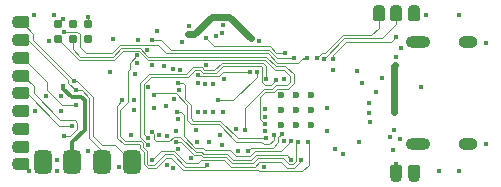
<source format=gbr>
G04 #@! TF.GenerationSoftware,KiCad,Pcbnew,(6.0.2)*
G04 #@! TF.CreationDate,2022-03-09T14:23:31+01:00*
G04 #@! TF.ProjectId,rs-probe,72732d70-726f-4626-952e-6b696361645f,rev?*
G04 #@! TF.SameCoordinates,Original*
G04 #@! TF.FileFunction,Copper,L4,Bot*
G04 #@! TF.FilePolarity,Positive*
%FSLAX46Y46*%
G04 Gerber Fmt 4.6, Leading zero omitted, Abs format (unit mm)*
G04 Created by KiCad (PCBNEW (6.0.2)) date 2022-03-09 14:23:31*
%MOMM*%
%LPD*%
G01*
G04 APERTURE LIST*
G04 Aperture macros list*
%AMRoundRect*
0 Rectangle with rounded corners*
0 $1 Rounding radius*
0 $2 $3 $4 $5 $6 $7 $8 $9 X,Y pos of 4 corners*
0 Add a 4 corners polygon primitive as box body*
4,1,4,$2,$3,$4,$5,$6,$7,$8,$9,$2,$3,0*
0 Add four circle primitives for the rounded corners*
1,1,$1+$1,$2,$3*
1,1,$1+$1,$4,$5*
1,1,$1+$1,$6,$7*
1,1,$1+$1,$8,$9*
0 Add four rect primitives between the rounded corners*
20,1,$1+$1,$2,$3,$4,$5,0*
20,1,$1+$1,$4,$5,$6,$7,0*
20,1,$1+$1,$6,$7,$8,$9,0*
20,1,$1+$1,$8,$9,$2,$3,0*%
G04 Aperture macros list end*
G04 #@! TA.AperFunction,ComponentPad*
%ADD10O,2.100000X1.000000*%
G04 #@! TD*
G04 #@! TA.AperFunction,ComponentPad*
%ADD11O,1.600000X1.000000*%
G04 #@! TD*
G04 #@! TA.AperFunction,ComponentPad*
%ADD12C,0.600000*%
G04 #@! TD*
G04 #@! TA.AperFunction,SMDPad,CuDef*
%ADD13RoundRect,0.275000X0.325000X0.275000X-0.325000X0.275000X-0.325000X-0.275000X0.325000X-0.275000X0*%
G04 #@! TD*
G04 #@! TA.AperFunction,ComponentPad*
%ADD14C,1.100000*%
G04 #@! TD*
G04 #@! TA.AperFunction,SMDPad,CuDef*
%ADD15RoundRect,0.275000X0.275000X-0.325000X0.275000X0.325000X-0.275000X0.325000X-0.275000X-0.325000X0*%
G04 #@! TD*
G04 #@! TA.AperFunction,SMDPad,CuDef*
%ADD16RoundRect,0.275000X-0.275000X0.325000X-0.275000X-0.325000X0.275000X-0.325000X0.275000X0.325000X0*%
G04 #@! TD*
G04 #@! TA.AperFunction,ConnectorPad*
%ADD17C,0.787400*%
G04 #@! TD*
G04 #@! TA.AperFunction,SMDPad,CuDef*
%ADD18RoundRect,0.375000X0.375000X0.625000X-0.375000X0.625000X-0.375000X-0.625000X0.375000X-0.625000X0*%
G04 #@! TD*
G04 #@! TA.AperFunction,ViaPad*
%ADD19C,0.450000*%
G04 #@! TD*
G04 #@! TA.AperFunction,Conductor*
%ADD20C,0.100000*%
G04 #@! TD*
G04 #@! TA.AperFunction,Conductor*
%ADD21C,0.600000*%
G04 #@! TD*
G04 #@! TA.AperFunction,Conductor*
%ADD22C,0.200000*%
G04 #@! TD*
G04 #@! TA.AperFunction,Conductor*
%ADD23C,0.300000*%
G04 #@! TD*
G04 APERTURE END LIST*
D10*
X182370000Y-90320000D03*
X182370000Y-81680000D03*
D11*
X186550000Y-90320000D03*
X186550000Y-81680000D03*
D12*
X170725000Y-88675000D03*
X173275000Y-87400000D03*
X172000000Y-88675000D03*
X170725000Y-87400000D03*
X172000000Y-87400000D03*
X173275000Y-88675000D03*
X173275000Y-86125000D03*
X172000000Y-86125000D03*
X170725000Y-86125000D03*
D13*
X148808000Y-80000000D03*
D14*
X148500000Y-80000000D03*
X148500000Y-81500000D03*
D13*
X148808000Y-81500000D03*
D14*
X148500000Y-83000000D03*
D13*
X148808000Y-83000000D03*
D14*
X148500000Y-84500000D03*
D13*
X148808000Y-84500000D03*
X148808000Y-86000000D03*
D14*
X148500000Y-86000000D03*
X148500000Y-87500000D03*
D13*
X148808000Y-87500000D03*
X148808000Y-89000000D03*
D14*
X148500000Y-89000000D03*
D13*
X148808000Y-90500000D03*
D14*
X148500000Y-90500000D03*
D13*
X148800000Y-92000000D03*
D14*
X148500000Y-92000000D03*
D15*
X179000000Y-79300000D03*
D14*
X179000000Y-79000000D03*
D15*
X180500000Y-79308000D03*
D14*
X180500000Y-79000000D03*
X182000000Y-79000000D03*
D15*
X182000000Y-79308000D03*
D16*
X182000000Y-92700000D03*
D14*
X182000000Y-93000000D03*
D16*
X180500000Y-92692000D03*
D14*
X180500000Y-93000000D03*
D17*
X151830000Y-80165000D03*
X151830000Y-81435000D03*
X153100000Y-80165000D03*
X153100000Y-81435000D03*
X154370000Y-80165000D03*
X154370000Y-81435000D03*
D18*
X158100000Y-91800000D03*
X153060000Y-91800000D03*
X150550000Y-91800000D03*
X155600000Y-91800000D03*
D19*
X175100000Y-83050000D03*
X180500000Y-81200000D03*
X165750000Y-80850000D03*
X159400000Y-82300000D03*
X156500000Y-81400000D03*
X158300000Y-87400000D03*
X163700000Y-85100000D03*
X184100000Y-92600000D03*
X165200000Y-81174500D03*
X162900000Y-80274500D03*
X154350000Y-79500000D03*
X162350000Y-81650000D03*
X180900000Y-82200000D03*
X183000000Y-79400000D03*
X167100000Y-90900000D03*
X150500000Y-92500000D03*
X163100000Y-91500000D03*
X161800000Y-89200000D03*
X165000000Y-85200000D03*
X177600000Y-85150000D03*
X178200000Y-86800000D03*
X151800000Y-92600000D03*
X163700000Y-87600000D03*
X161700000Y-86500000D03*
X168871502Y-81550000D03*
X149800000Y-79400000D03*
X180500000Y-82900000D03*
X180300000Y-89100000D03*
X182600000Y-85500000D03*
X188100000Y-90300000D03*
X169300000Y-92200000D03*
X166900000Y-89000000D03*
X180800000Y-89900000D03*
X159500000Y-85500000D03*
X177150000Y-84100000D03*
X149900000Y-87500000D03*
X165812878Y-87583254D03*
X175300000Y-90700000D03*
X158000000Y-89550000D03*
X163600000Y-90100000D03*
X164400000Y-83600000D03*
X177300000Y-90100000D03*
X165900000Y-84800000D03*
X165700000Y-90400000D03*
X178200000Y-87700000D03*
X179300000Y-84700000D03*
X157000000Y-92250000D03*
X180000000Y-89700000D03*
X151500000Y-79400000D03*
X149400000Y-92600000D03*
X156214812Y-84185188D03*
X185800000Y-92600000D03*
X188100000Y-81700000D03*
X165600000Y-89500000D03*
X152100000Y-87500000D03*
X152100000Y-86200000D03*
X150850000Y-86230000D03*
X165000000Y-87600000D03*
X185800000Y-79400000D03*
X180500000Y-92000000D03*
X160200000Y-80711694D03*
X161100000Y-89600000D03*
X171000000Y-84800000D03*
X169400000Y-89200000D03*
X178800000Y-85850000D03*
X161050000Y-92050011D03*
X162200000Y-84000000D03*
X169400000Y-87300000D03*
X164600000Y-90100000D03*
X180200000Y-90800000D03*
X176000000Y-91100000D03*
X178300000Y-88400000D03*
X164300000Y-85200000D03*
X175100000Y-84000000D03*
X164300000Y-87600000D03*
X152300000Y-79700000D03*
X161000000Y-87100000D03*
X161600000Y-83900000D03*
X171000000Y-90000000D03*
X180300000Y-87600000D03*
X180400000Y-83600000D03*
X152400000Y-89650000D03*
X151800000Y-91600000D03*
X158400000Y-84400000D03*
X158300000Y-86575000D03*
X154400000Y-90850000D03*
X169400000Y-88600000D03*
X167700000Y-89100000D03*
X153350000Y-86950000D03*
X158550000Y-92300000D03*
X153200000Y-84950000D03*
X155650000Y-92350000D03*
X153350000Y-85750000D03*
X151050000Y-81600000D03*
X153050000Y-88750000D03*
X158500000Y-83450000D03*
X152300000Y-85400000D03*
X152750000Y-92000000D03*
X158600011Y-81450000D03*
X159850000Y-81500000D03*
X171800000Y-83000000D03*
X157300000Y-86600000D03*
X173000000Y-90100000D03*
X173800000Y-83000000D03*
X174400000Y-83050000D03*
X165800000Y-80200000D03*
X164400000Y-81300000D03*
X171050000Y-82550000D03*
X172900000Y-83000000D03*
X152400000Y-80800000D03*
X159800000Y-83600000D03*
X158544288Y-82793290D03*
X164459519Y-92024500D03*
X162000000Y-88200000D03*
X160400000Y-89500000D03*
X161600000Y-92300000D03*
X162014812Y-90685188D03*
X160000000Y-87200000D03*
X163500000Y-89100000D03*
X162100000Y-85700000D03*
X160827782Y-83697812D03*
X162850000Y-81000000D03*
X168150000Y-81350000D03*
X174600000Y-89200000D03*
X169400000Y-88000000D03*
X174600000Y-87200000D03*
X170800000Y-89400000D03*
X167900000Y-90900000D03*
X172400000Y-91600000D03*
X159800000Y-91600000D03*
X172200000Y-90100000D03*
X161800000Y-90100000D03*
X169500000Y-84800000D03*
X159500000Y-90400000D03*
X159500000Y-89800000D03*
X170300000Y-84900000D03*
X165400000Y-86600000D03*
X168700000Y-84200000D03*
X168124500Y-84200000D03*
X163700000Y-84474500D03*
X171600000Y-91600000D03*
X159825500Y-89300000D03*
X161900000Y-87600000D03*
X171600000Y-90000000D03*
X160000000Y-86100000D03*
X170100000Y-89550000D03*
X162000000Y-85100000D03*
X169500000Y-89800000D03*
D20*
X171050000Y-82550000D02*
X170350000Y-82550000D01*
X170350000Y-82550000D02*
X169800000Y-82000000D01*
X169800000Y-82000000D02*
X165100000Y-82000000D01*
X165100000Y-82000000D02*
X164400000Y-81300000D01*
D21*
X162850000Y-81000000D02*
X163400000Y-81000000D01*
X163400000Y-81000000D02*
X164900000Y-79500000D01*
X164900000Y-79500000D02*
X166300000Y-79500000D01*
X166300000Y-79500000D02*
X168150000Y-81350000D01*
D20*
X162000000Y-89700000D02*
X162200000Y-89700000D01*
X171200000Y-91200000D02*
X171600000Y-91600000D01*
X161631597Y-89668403D02*
X161968403Y-89668403D01*
X160190296Y-90072196D02*
X161227804Y-90072196D01*
X164117836Y-91100000D02*
X166200000Y-91100000D01*
X159952602Y-89834502D02*
X160190296Y-90072196D01*
X161227804Y-90072196D02*
X161631597Y-89668403D01*
X159825500Y-89300000D02*
X159952602Y-89427102D01*
X164017836Y-91000000D02*
X164117836Y-91100000D01*
X161968403Y-89668403D02*
X162000000Y-89700000D01*
X159952602Y-89427102D02*
X159952602Y-89834502D01*
X162200000Y-89700000D02*
X163500000Y-91000000D01*
X166700000Y-91600000D02*
X168200000Y-91600000D01*
X163500000Y-91000000D02*
X164017836Y-91000000D01*
X166200000Y-91100000D02*
X166700000Y-91600000D01*
X168200000Y-91600000D02*
X168600000Y-91200000D01*
X168600000Y-91200000D02*
X171200000Y-91200000D01*
X162700000Y-91900000D02*
X161650000Y-90850000D01*
X163700000Y-91900000D02*
X162700000Y-91900000D01*
X161650000Y-90850000D02*
X160550000Y-90850000D01*
X163950000Y-91650000D02*
X163700000Y-91900000D01*
X166462500Y-92200000D02*
X165912500Y-91650000D01*
X168500000Y-92200000D02*
X166462500Y-92200000D01*
X160550000Y-90850000D02*
X159800000Y-91600000D01*
X171250000Y-92300000D02*
X170750000Y-91800000D01*
X170750000Y-91800000D02*
X168900000Y-91800000D01*
X165912500Y-91650000D02*
X163950000Y-91650000D01*
X168900000Y-91800000D02*
X168500000Y-92200000D01*
X171850000Y-92300000D02*
X171250000Y-92300000D01*
X172400000Y-91750000D02*
X171850000Y-92300000D01*
X172400000Y-91600000D02*
X172400000Y-91750000D01*
X163935672Y-91200000D02*
X163400000Y-91200000D01*
X166575000Y-91900000D02*
X166075000Y-91400000D01*
X168350000Y-91900000D02*
X166575000Y-91900000D01*
X164135672Y-91400000D02*
X163935672Y-91200000D01*
X166075000Y-91400000D02*
X164135672Y-91400000D01*
X168750000Y-91500000D02*
X168350000Y-91900000D01*
X171374511Y-91974511D02*
X170900000Y-91500000D01*
X171755129Y-91974511D02*
X171374511Y-91974511D01*
X163400000Y-91200000D02*
X162300000Y-90100000D01*
X162300000Y-90100000D02*
X161800000Y-90100000D01*
X172000000Y-91729640D02*
X171755129Y-91974511D01*
X172000000Y-90300000D02*
X172000000Y-91729640D01*
X170900000Y-91500000D02*
X168750000Y-91500000D01*
X172200000Y-90100000D02*
X172000000Y-90300000D01*
X171600000Y-90000000D02*
X170700000Y-90900000D01*
X170700000Y-90900000D02*
X168500000Y-90900000D01*
X168500000Y-90900000D02*
X168100000Y-91300000D01*
X168100000Y-91300000D02*
X166900000Y-91300000D01*
X164100000Y-90600000D02*
X163450000Y-90600000D01*
X166900000Y-91300000D02*
X166400000Y-90800000D01*
X166400000Y-90800000D02*
X164300000Y-90800000D01*
X164300000Y-90800000D02*
X164100000Y-90600000D01*
X163450000Y-90600000D02*
X162500000Y-89650000D01*
X162500000Y-89650000D02*
X162500000Y-87800000D01*
X162500000Y-87800000D02*
X162300000Y-87600000D01*
X162300000Y-87600000D02*
X161900000Y-87600000D01*
X167900000Y-90900000D02*
X168200000Y-90600000D01*
X168200000Y-90600000D02*
X170050000Y-90600000D01*
X170050000Y-90600000D02*
X170500000Y-90150000D01*
X170500000Y-90150000D02*
X170500000Y-89700000D01*
X170500000Y-89700000D02*
X170800000Y-89400000D01*
X159100000Y-92000000D02*
X159450000Y-92350000D01*
X158810892Y-90410892D02*
X158810892Y-90660892D01*
X158700000Y-90300000D02*
X158810892Y-90410892D01*
X168850000Y-92600000D02*
X172550000Y-92600000D01*
X159100000Y-90950000D02*
X159100000Y-92000000D01*
X161450000Y-91500000D02*
X162450000Y-92500000D01*
X159450000Y-92350000D02*
X160150000Y-92350000D01*
X156850000Y-89750000D02*
X157400000Y-90300000D01*
X158810892Y-90660892D02*
X159100000Y-90950000D01*
X160150000Y-92350000D02*
X161000000Y-91500000D01*
X161000000Y-91500000D02*
X161450000Y-91500000D01*
X157300000Y-86600000D02*
X156850000Y-87050000D01*
X157400000Y-90300000D02*
X158700000Y-90300000D01*
X156850000Y-87050000D02*
X156850000Y-89750000D01*
X162450000Y-92500000D02*
X168750000Y-92500000D01*
X168750000Y-92500000D02*
X168850000Y-92600000D01*
X172550000Y-92600000D02*
X173100000Y-92050000D01*
X173100000Y-92050000D02*
X173100000Y-90200000D01*
X173100000Y-90200000D02*
X173000000Y-90100000D01*
X171100000Y-83700000D02*
X170300000Y-83700000D01*
X171800000Y-84400000D02*
X171100000Y-83700000D01*
X170300000Y-83700000D02*
X169500481Y-82900481D01*
X159470841Y-82900481D02*
X158770360Y-82200000D01*
X171350000Y-85600000D02*
X171800000Y-85150000D01*
X169500481Y-82900481D02*
X159470841Y-82900481D01*
X170100000Y-85900000D02*
X170400000Y-85600000D01*
X168950000Y-86350000D02*
X169400000Y-85900000D01*
X168950000Y-88150000D02*
X168950000Y-86350000D01*
X171800000Y-85150000D02*
X171800000Y-84400000D01*
X156525000Y-82900000D02*
X153750000Y-82900000D01*
X170400000Y-85600000D02*
X171350000Y-85600000D01*
X169400000Y-85900000D02*
X170100000Y-85900000D01*
X169400000Y-88600000D02*
X168950000Y-88150000D01*
X158770360Y-82200000D02*
X157225000Y-82200000D01*
X157225000Y-82200000D02*
X156525000Y-82900000D01*
X153750000Y-82900000D02*
X153100000Y-82250000D01*
X153100000Y-82250000D02*
X153100000Y-81435000D01*
X170300000Y-85300000D02*
X170000000Y-85600000D01*
X157381221Y-82418779D02*
X158699417Y-82418779D01*
X151830000Y-81435000D02*
X153595000Y-83200000D01*
X171250000Y-85300000D02*
X170300000Y-85300000D01*
X171500000Y-85050000D02*
X171250000Y-85300000D01*
X171500000Y-84500000D02*
X171500000Y-85050000D01*
X171000000Y-84000000D02*
X171500000Y-84500000D01*
X170200000Y-84000000D02*
X171000000Y-84000000D01*
X169350000Y-83150000D02*
X170200000Y-84000000D01*
X159430638Y-83150000D02*
X169350000Y-83150000D01*
X158699417Y-82418779D02*
X159430638Y-83150000D01*
X156600000Y-83200000D02*
X157381221Y-82418779D01*
X153595000Y-83200000D02*
X156600000Y-83200000D01*
X170000000Y-85600000D02*
X169300000Y-85600000D01*
X169300000Y-85600000D02*
X167700000Y-87200000D01*
X167700000Y-87200000D02*
X167700000Y-89100000D01*
X163700000Y-84474500D02*
X163725500Y-84500000D01*
X163725500Y-84500000D02*
X165500000Y-84500000D01*
X165500000Y-84500000D02*
X165800000Y-84200000D01*
X165800000Y-84200000D02*
X168124500Y-84200000D01*
X169500000Y-84800000D02*
X169500000Y-83700000D01*
X162725489Y-84374511D02*
X159525489Y-84374511D01*
X169500000Y-83700000D02*
X169200000Y-83400000D01*
X169200000Y-83400000D02*
X165700000Y-83400000D01*
X165700000Y-83400000D02*
X165100000Y-84000000D01*
X165100000Y-84000000D02*
X164225000Y-84000000D01*
X158800000Y-89700000D02*
X159500000Y-90400000D01*
X164225000Y-84000000D02*
X164025000Y-83800000D01*
X164025000Y-83800000D02*
X163300000Y-83800000D01*
X163300000Y-83800000D02*
X162725489Y-84374511D01*
X158800000Y-85100000D02*
X158800000Y-89700000D01*
X159525489Y-84374511D02*
X158800000Y-85100000D01*
X159700000Y-84600000D02*
X159100000Y-85200000D01*
X169400000Y-85300000D02*
X169100000Y-85000000D01*
X162875000Y-84600000D02*
X159700000Y-84600000D01*
X163425000Y-84050000D02*
X162875000Y-84600000D01*
X163900000Y-84050000D02*
X163425000Y-84050000D01*
X164100000Y-84250000D02*
X163900000Y-84050000D01*
X165250000Y-84250000D02*
X164100000Y-84250000D01*
X165800000Y-83700000D02*
X165250000Y-84250000D01*
X169000000Y-83700000D02*
X165800000Y-83700000D01*
X169100000Y-83800000D02*
X169000000Y-83700000D01*
X169100000Y-85000000D02*
X169100000Y-83800000D01*
X169900000Y-85300000D02*
X169400000Y-85300000D01*
X170300000Y-84900000D02*
X169900000Y-85300000D01*
X159100000Y-85200000D02*
X159100000Y-89400000D01*
X159100000Y-89400000D02*
X159500000Y-89800000D01*
X160000000Y-86100000D02*
X160100000Y-86000000D01*
X160100000Y-86000000D02*
X161800000Y-86000000D01*
X161800000Y-86000000D02*
X162800000Y-87000000D01*
X162800000Y-88250000D02*
X163150000Y-88600000D01*
X162800000Y-87000000D02*
X162800000Y-88250000D01*
X163150000Y-88600000D02*
X165450000Y-88600000D01*
X165450000Y-88600000D02*
X166950000Y-90100000D01*
X169050000Y-90100000D02*
X169250000Y-90300000D01*
X166950000Y-90100000D02*
X169050000Y-90100000D01*
X169250000Y-90300000D02*
X169750000Y-90300000D01*
X169750000Y-90300000D02*
X170100000Y-89950000D01*
X170100000Y-89950000D02*
X170100000Y-89550000D01*
X169500000Y-89800000D02*
X167082164Y-89800000D01*
X167082164Y-89800000D02*
X165582164Y-88300000D01*
X165582164Y-88300000D02*
X163300000Y-88300000D01*
X163300000Y-88300000D02*
X163100000Y-88100000D01*
X163100000Y-88100000D02*
X163100000Y-86950000D01*
X163100000Y-86950000D02*
X162600000Y-86450000D01*
X162600000Y-86450000D02*
X162600000Y-85300000D01*
X162600000Y-85300000D02*
X162400000Y-85100000D01*
X162400000Y-85100000D02*
X162000000Y-85100000D01*
X175100000Y-83050000D02*
X175100000Y-82758041D01*
X175100000Y-82758041D02*
X176208041Y-81650000D01*
X176208041Y-81650000D02*
X180050000Y-81650000D01*
X180050000Y-81650000D02*
X180500000Y-81200000D01*
X173800000Y-83000000D02*
X174200000Y-82600000D01*
X174200000Y-82600000D02*
X174483918Y-82600000D01*
X174483918Y-82600000D02*
X175983918Y-81100000D01*
X175983918Y-81100000D02*
X178350000Y-81100000D01*
X178350000Y-81100000D02*
X179000000Y-80450000D01*
X179000000Y-80450000D02*
X179000000Y-79300000D01*
X153700000Y-81000000D02*
X153500000Y-80800000D01*
X153500000Y-80800000D02*
X152400000Y-80800000D01*
X156389179Y-82610821D02*
X154210821Y-82610821D01*
X157100000Y-81900000D02*
X156389179Y-82610821D01*
X170400000Y-83400000D02*
X169600000Y-82600000D01*
X172200000Y-83400000D02*
X170400000Y-83400000D01*
X154210821Y-82610821D02*
X153700000Y-82100000D01*
X172900000Y-83000000D02*
X172850000Y-83050000D01*
X169600000Y-82600000D02*
X161000000Y-82600000D01*
X160300000Y-81900000D02*
X157100000Y-81900000D01*
X153700000Y-82100000D02*
X153700000Y-81000000D01*
X172600000Y-83000000D02*
X172200000Y-83400000D01*
X172900000Y-83000000D02*
X172600000Y-83000000D01*
X161000000Y-82600000D02*
X160300000Y-81900000D01*
X172850000Y-83050000D02*
X172550000Y-83050000D01*
X176100000Y-81350000D02*
X179300000Y-81350000D01*
X174400000Y-83050000D02*
X176100000Y-81350000D01*
X179300000Y-81350000D02*
X180500000Y-80150000D01*
X180500000Y-80150000D02*
X180500000Y-79308000D01*
D22*
X180500000Y-92692000D02*
X180500000Y-92000000D01*
D20*
X154370000Y-80165000D02*
X154370000Y-79520000D01*
X154370000Y-79520000D02*
X154350000Y-79500000D01*
D23*
X150520000Y-92480000D02*
X150500000Y-92500000D01*
X150520000Y-91800000D02*
X150520000Y-92480000D01*
D22*
X151835000Y-80165000D02*
X152300000Y-79700000D01*
D20*
X151830000Y-80165000D02*
X151815000Y-80165000D01*
D21*
X180300000Y-87600000D02*
X180300000Y-83700000D01*
X180300000Y-83700000D02*
X180400000Y-83600000D01*
D20*
X148900000Y-84500000D02*
X148808000Y-84500000D01*
X152900000Y-89650000D02*
X153500000Y-89050000D01*
X149800000Y-86000000D02*
X149800000Y-85400000D01*
X152400000Y-89650000D02*
X152900000Y-89650000D01*
X153500000Y-89050000D02*
X153500000Y-88500000D01*
X149800000Y-85400000D02*
X148900000Y-84500000D01*
X153250000Y-88250000D02*
X152050000Y-88250000D01*
X152050000Y-88250000D02*
X149800000Y-86000000D01*
X153500000Y-88500000D02*
X153250000Y-88250000D01*
X150950000Y-85750000D02*
X150950000Y-85050000D01*
X150950000Y-85050000D02*
X148900000Y-83000000D01*
X152150000Y-86950000D02*
X150950000Y-85750000D01*
X153350000Y-86950000D02*
X152150000Y-86950000D01*
X148900000Y-83000000D02*
X148808000Y-83000000D01*
X154800000Y-89600000D02*
X154800000Y-86300000D01*
X158100000Y-91800000D02*
X158100000Y-92000000D01*
X154800000Y-86300000D02*
X153450000Y-84950000D01*
X153200000Y-84950000D02*
X149750000Y-81500000D01*
X149750000Y-80942000D02*
X148808000Y-80000000D01*
X155600000Y-90400000D02*
X154800000Y-89600000D01*
X158100000Y-91800000D02*
X156700000Y-90400000D01*
X158100000Y-92000000D02*
X158500000Y-92400000D01*
X153450000Y-84950000D02*
X153200000Y-84950000D01*
X149750000Y-81500000D02*
X149750000Y-80942000D01*
X156700000Y-90400000D02*
X155600000Y-90400000D01*
X153850000Y-85750000D02*
X153350000Y-85750000D01*
X154500000Y-86400000D02*
X153850000Y-85750000D01*
X155600000Y-91800000D02*
X155600000Y-92500000D01*
X154500000Y-89800000D02*
X154500000Y-86400000D01*
X155600000Y-91800000D02*
X155600000Y-90900000D01*
X152700000Y-85100000D02*
X152700000Y-84900000D01*
X149300000Y-81500000D02*
X148808000Y-81500000D01*
X155600000Y-90900000D02*
X154500000Y-89800000D01*
X153350000Y-85750000D02*
X152700000Y-85100000D01*
X152700000Y-84900000D02*
X149300000Y-81500000D01*
X148808000Y-86000000D02*
X149200000Y-86000000D01*
X151950000Y-88750000D02*
X153050000Y-88750000D01*
X149200000Y-86000000D02*
X151950000Y-88750000D01*
D23*
X154100000Y-86600000D02*
X153800000Y-86300000D01*
X153060000Y-91800000D02*
X153060000Y-90140000D01*
X153060000Y-90140000D02*
X154100000Y-89100000D01*
X153000000Y-86300000D02*
X152300000Y-85600000D01*
X152300000Y-85600000D02*
X152300000Y-85400000D01*
X153800000Y-86300000D02*
X153000000Y-86300000D01*
X154100000Y-89100000D02*
X154100000Y-86600000D01*
D20*
X170400000Y-83000000D02*
X169700000Y-82300000D01*
X160600000Y-81500000D02*
X159850000Y-81500000D01*
X169700000Y-82300000D02*
X161400000Y-82300000D01*
X171800000Y-83000000D02*
X170400000Y-83000000D01*
X161400000Y-82300000D02*
X160600000Y-81500000D01*
X157550000Y-90050000D02*
X157100000Y-89600000D01*
X159350000Y-90850000D02*
X159058918Y-90558918D01*
X157800000Y-84100000D02*
X157950000Y-83950000D01*
X159058918Y-90558918D02*
X159058918Y-90241082D01*
X160950000Y-91150000D02*
X160000000Y-92100000D01*
X164284019Y-92200000D02*
X162600000Y-92200000D01*
X159350000Y-91950000D02*
X159350000Y-90850000D01*
X158544288Y-82793290D02*
X157950000Y-83387578D01*
X161550000Y-91150000D02*
X160950000Y-91150000D01*
X158867836Y-90050000D02*
X157550000Y-90050000D01*
X157800000Y-86700000D02*
X157800000Y-84100000D01*
X159058918Y-90241082D02*
X158867836Y-90050000D01*
X157950000Y-83387578D02*
X157950000Y-83950000D01*
X157100000Y-87400000D02*
X157800000Y-86700000D01*
X162600000Y-92200000D02*
X161550000Y-91150000D01*
X164459519Y-92024500D02*
X164284019Y-92200000D01*
X160000000Y-92100000D02*
X159500000Y-92100000D01*
X157100000Y-89600000D02*
X157100000Y-87400000D01*
X159500000Y-92100000D02*
X159350000Y-91950000D01*
X166700000Y-86600000D02*
X165400000Y-86600000D01*
X168700000Y-84200000D02*
X168700000Y-84600000D01*
X168700000Y-84600000D02*
X166700000Y-86600000D01*
M02*

</source>
